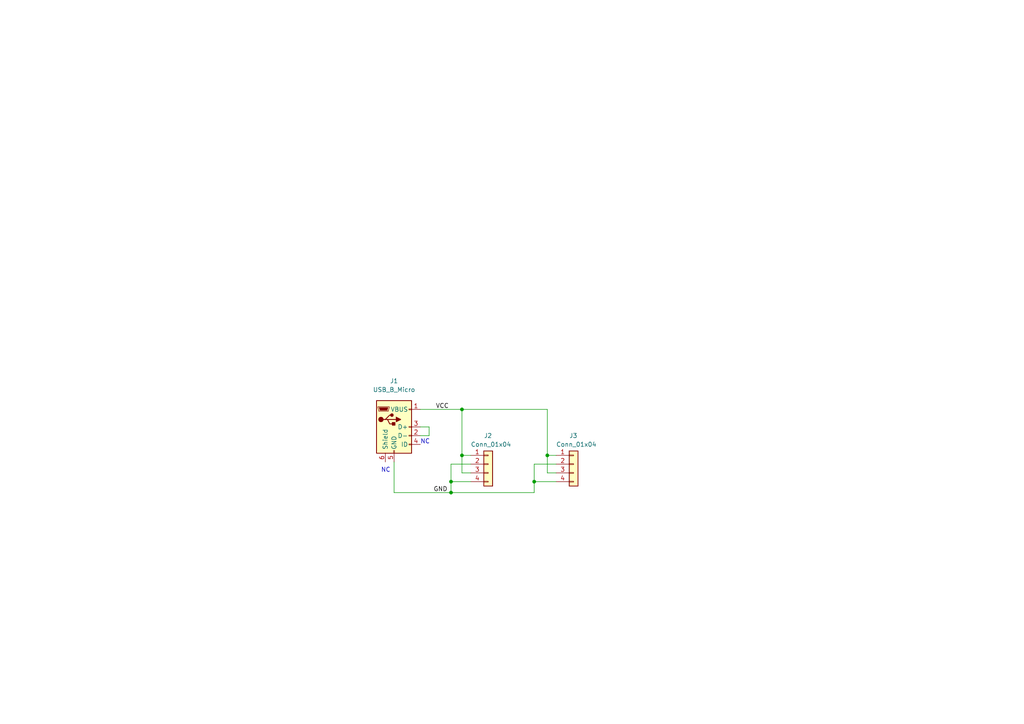
<source format=kicad_sch>
(kicad_sch (version 20211123) (generator eeschema)
  (paper "A4")
  (lib_symbols
    (symbol "Connector:USB_B_Micro" (pin_names (offset 1.016))
      (property "Reference" "J" (at -5.08 11.43 0))
      (property "Value" "USB_B_Micro" (at -5.08 8.89 0))
      (symbol "USB_B_Micro_0_1"
        (rectangle (start -5.08 -7.62) (end 5.08 7.62) (stroke (width 0.254)) (fill (type background)))
        (circle (center -3.81 2.159) (radius 0.635) (stroke (width 0.254)) (fill (type outline)))
        (circle (center -0.635 3.429) (radius 0.381) (stroke (width 0.254)) (fill (type outline)))
        (rectangle (start -0.127 -7.62) (end 0.127 -6.858))
        (polyline (pts (xy -1.905 2.159) (xy 0.635 2.159)) (stroke (width 0.254)))
        (polyline (pts (xy -3.175 2.159) (xy -2.54 2.159) (xy -1.27 3.429) (xy -0.635 3.429)) (stroke (width 0.254)))
        (polyline (pts (xy -2.54 2.159) (xy -1.905 2.159) (xy -1.27 0.889) (xy 0 0.889)) (stroke (width 0.254)))
        (polyline (pts (xy 0.635 2.794) (xy 0.635 1.524) (xy 1.905 2.159) (xy 0.635 2.794)) (stroke (width 0.254)) (fill (type outline)))
        (polyline (pts (xy -4.318 5.588) (xy -1.778 5.588) (xy -2.032 4.826) (xy -4.064 4.826) (xy -4.318 5.588)) (fill (type outline)))
        (polyline (pts (xy -4.699 5.842) (xy -4.699 5.588) (xy -4.445 4.826) (xy -4.445 4.572) (xy -1.651 4.572) (xy -1.651 4.826) (xy -1.397 5.588) (xy -1.397 5.842) (xy -4.699 5.842)))
        (rectangle (start 0.254 1.27) (end -0.508 0.508) (stroke (width 0.254)) (fill (type outline)))
        (rectangle (start 5.08 -5.207) (end 4.318 -4.953))
        (rectangle (start 5.08 -2.667) (end 4.318 -2.413))
        (rectangle (start 5.08 -0.127) (end 4.318 0.127))
        (rectangle (start 5.08 4.953) (end 4.318 5.207))
      )
      (symbol "USB_B_Micro_1_1"
        (pin power_out line (at 7.62 5.08 180) (length 2.54) (name "VBUS") (number "1"))
        (pin bidirectional line (at 7.62 -2.54 180) (length 2.54) (name "D-") (number "2"))
        (pin bidirectional line (at 7.62 0 180) (length 2.54) (name "D+") (number "3"))
        (pin passive line (at 7.62 -5.08 180) (length 2.54) (name "ID") (number "4"))
        (pin power_out line (at 0 -10.16 90) (length 2.54) (name "GND") (number "5"))
        (pin passive line (at -2.54 -10.16 90) (length 2.54) (name "Shield") (number "6"))
      )
    )
    (symbol "Connector_Generic:Conn_01x04" (pin_names (offset 1.016) hide)
      (property "Reference" "J" (at 0 5.08 0))
      (property "Value" "Conn_01x04" (at 0 -7.62 0))
      (symbol "Conn_01x04_1_1"
        (rectangle (start -1.27 -4.953) (end 0 -5.207) (stroke (width 0.1524)))
        (rectangle (start -1.27 -2.413) (end 0 -2.667) (stroke (width 0.1524)))
        (rectangle (start -1.27 0.127) (end 0 -0.127) (stroke (width 0.1524)))
        (rectangle (start -1.27 2.667) (end 0 2.413) (stroke (width 0.1524)))
        (rectangle (start -1.27 3.81) (end 1.27 -6.35) (stroke (width 0.254)) (fill (type background)))
        (pin passive line (at -5.08 2.54 0) (length 3.81) (name "Pin_1") (number "1"))
        (pin passive line (at -5.08 0 0) (length 3.81) (name "Pin_2") (number "2"))
        (pin passive line (at -5.08 -2.54 0) (length 3.81) (name "Pin_3") (number "3"))
        (pin passive line (at -5.08 -5.08 0) (length 3.81) (name "Pin_4") (number "4"))
      )
    )
  )
  (junction (at 130.81 142.875))
  (junction (at 158.75 132.08))
  (junction (at 154.94 139.7))
  (junction (at 133.985 132.08))
  (junction (at 130.81 139.7))
  (junction (at 133.985 118.745))
  (wire (pts (xy 121.92 118.745) (xy 133.985 118.745)))
  (wire (pts (xy 133.985 132.08) (xy 133.985 118.745)))
  (wire (pts (xy 154.94 142.875) (xy 154.94 139.7)))
  (wire (pts (xy 130.81 139.7) (xy 136.525 139.7)))
  (wire (pts (xy 133.985 118.745) (xy 158.75 118.745)))
  (wire (pts (xy 130.81 134.62) (xy 136.525 134.62)))
  (wire (pts (xy 154.94 134.62) (xy 154.94 139.7)))
  (wire (pts (xy 130.81 139.7) (xy 130.81 142.875)))
  (wire (pts (xy 124.46 123.825) (xy 124.46 126.365)))
  (wire (pts (xy 114.3 142.875) (xy 130.81 142.875)))
  (wire (pts (xy 161.29 137.16) (xy 158.75 137.16)))
  (wire (pts (xy 154.94 134.62) (xy 161.29 134.62)))
  (wire (pts (xy 130.81 134.62) (xy 130.81 139.7)))
  (wire (pts (xy 133.985 132.08) (xy 136.525 132.08)))
  (wire (pts (xy 158.75 137.16) (xy 158.75 132.08)))
  (wire (pts (xy 154.94 139.7) (xy 161.29 139.7)))
  (wire (pts (xy 114.3 133.985) (xy 114.3 142.875)))
  (wire (pts (xy 124.46 126.365) (xy 121.92 126.365)))
  (wire (pts (xy 158.75 132.08) (xy 161.29 132.08)))
  (wire (pts (xy 130.81 142.875) (xy 154.94 142.875)))
  (wire (pts (xy 136.525 137.16) (xy 133.985 137.16)))
  (wire (pts (xy 158.75 132.08) (xy 158.75 118.745)))
  (wire (pts (xy 133.985 137.16) (xy 133.985 132.08)))
  (wire (pts (xy 121.92 123.825) (xy 124.46 123.825)))
  (text "NC" (at 121.92 128.905 0) (effects (font (size 1.27 1.27)) (justify left bottom)))
  (text "NC" (at 110.49 137.16 0) (effects (font (size 1.27 1.27)) (justify left bottom)))
  (label "GND" (at 125.73 142.875 0))
  (label "VCC" (at 126.365 118.745 0))
  (symbol (lib_id "Connector_Generic:Conn_01x04") (at 141.605 134.62 0) (unit 1)
    (property "Reference" "J2" (at 140.335 126.365 0) (effects (justify left)))
    (property "Value" "Conn_01x04" (at 136.525 128.905 0) (effects (justify left)))
    (property "Footprint" "Connector_PinHeader_2.54mm:PinHeader_1x04_P2.54mm_Vertical" (effects hide))
  )
  (symbol (lib_id "Connector_Generic:Conn_01x04") (at 166.37 134.62 0) (unit 1)
    (property "Reference" "J3" (at 165.1 126.365 0) (effects (justify left)))
    (property "Value" "Conn_01x04" (at 161.29 128.905 0) (effects (justify left)))
    (property "Footprint" "Connector_PinHeader_2.54mm:PinHeader_1x04_P2.54mm_Vertical" (effects hide))
  )
  (symbol (lib_id "Connector:USB_B_Micro") (at 114.3 123.825 0) (unit 1)
    (property "Reference" "J1" (at 114.3 110.49 0))
    (property "Value" "USB_B_Micro" (at 114.3 113.03 0))
    (property "Footprint" "Connector_USB:USB_Micro-B_Wuerth_614105150721_Vertical" (effects hide))
  )
)
</source>
